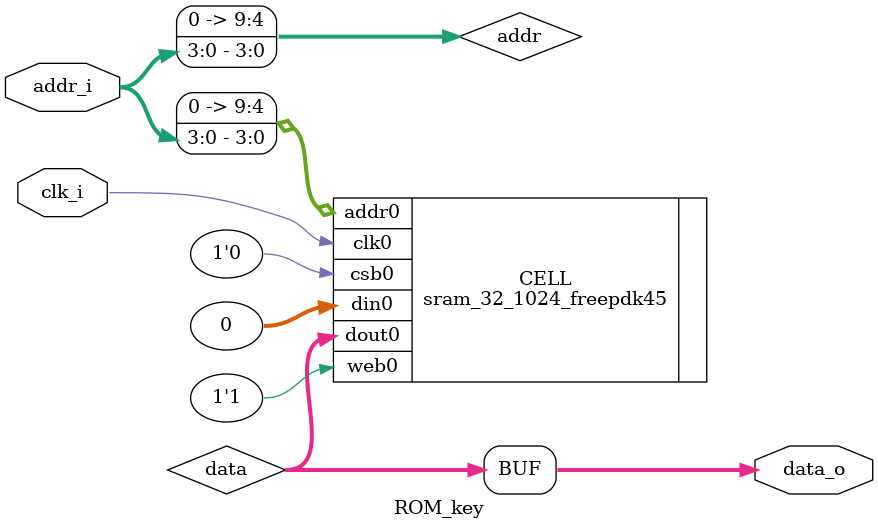
<source format=sv>
module ROM_key(
		input clk_i,
		input [3:0] addr_i,

		output [31:0] data_o
);

wire [31:0] data;
wire [9:0] addr;

assign addr = {6'd0 ,addr_i};


sram_32_1024_freepdk45 CELL (.clk0(clk_i), .csb0(1'b0), .web0(1'b1), .addr0(addr), .din0(32'd0), .dout0(data));


assign data_o = data;


endmodule

</source>
